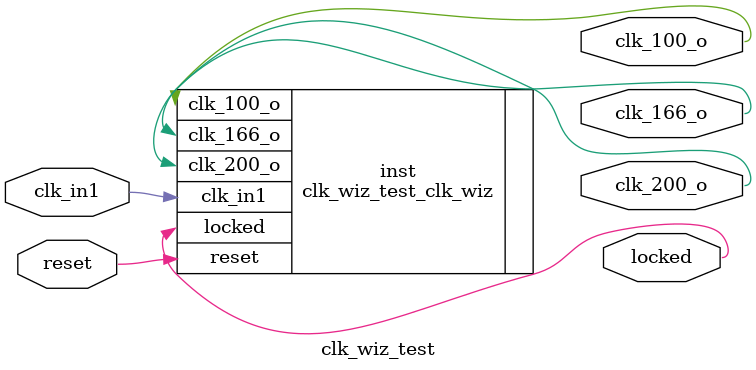
<source format=v>


`timescale 1ps/1ps

(* CORE_GENERATION_INFO = "clk_wiz_test,clk_wiz_v6_0_6_0_0,{component_name=clk_wiz_test,use_phase_alignment=true,use_min_o_jitter=false,use_max_i_jitter=false,use_dyn_phase_shift=false,use_inclk_switchover=false,use_dyn_reconfig=false,enable_axi=0,feedback_source=FDBK_AUTO,PRIMITIVE=MMCM,num_out_clk=3,clkin1_period=10.000,clkin2_period=10.000,use_power_down=false,use_reset=true,use_locked=true,use_inclk_stopped=false,feedback_type=SINGLE,CLOCK_MGR_TYPE=NA,manual_override=false}" *)

module clk_wiz_test 
 (
  // Clock out ports
  output        clk_100_o,
  output        clk_166_o,
  output        clk_200_o,
  // Status and control signals
  input         reset,
  output        locked,
 // Clock in ports
  input         clk_in1
 );

  clk_wiz_test_clk_wiz inst
  (
  // Clock out ports  
  .clk_100_o(clk_100_o),
  .clk_166_o(clk_166_o),
  .clk_200_o(clk_200_o),
  // Status and control signals               
  .reset(reset), 
  .locked(locked),
 // Clock in ports
  .clk_in1(clk_in1)
  );

endmodule

</source>
